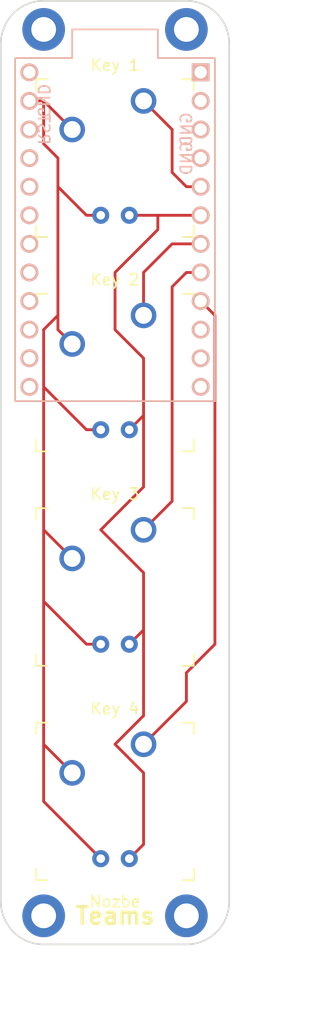
<source format=kicad_pcb>
(kicad_pcb (version 20171130) (host pcbnew "(5.1.10-1-10_14)")

  (general
    (thickness 1.6)
    (drawings 16)
    (tracks 57)
    (zones 0)
    (modules 9)
    (nets 1)
  )

  (page A4)
  (layers
    (0 F.Cu signal)
    (31 B.Cu signal)
    (32 B.Adhes user)
    (33 F.Adhes user)
    (34 B.Paste user)
    (35 F.Paste user)
    (36 B.SilkS user hide)
    (37 F.SilkS user hide)
    (38 B.Mask user)
    (39 F.Mask user)
    (40 Dwgs.User user)
    (41 Cmts.User user)
    (42 Eco1.User user hide)
    (43 Eco2.User user hide)
    (44 Edge.Cuts user)
    (45 Margin user hide)
    (46 B.CrtYd user hide)
    (47 F.CrtYd user hide)
    (48 B.Fab user hide)
    (49 F.Fab user hide)
  )

  (setup
    (last_trace_width 0.25)
    (trace_clearance 0.2)
    (zone_clearance 0.508)
    (zone_45_only no)
    (trace_min 0.2)
    (via_size 0.8)
    (via_drill 0.4)
    (via_min_size 0.4)
    (via_min_drill 0.3)
    (uvia_size 0.3)
    (uvia_drill 0.1)
    (uvias_allowed no)
    (uvia_min_size 0.2)
    (uvia_min_drill 0.1)
    (edge_width 0.05)
    (segment_width 0.2)
    (pcb_text_width 0.3)
    (pcb_text_size 1.5 1.5)
    (mod_edge_width 0.12)
    (mod_text_size 1 1)
    (mod_text_width 0.15)
    (pad_size 1.524 1.524)
    (pad_drill 0.762)
    (pad_to_mask_clearance 0)
    (aux_axis_origin 0 0)
    (visible_elements FFFFFF7F)
    (pcbplotparams
      (layerselection 0x010fc_ffffffff)
      (usegerberextensions false)
      (usegerberattributes true)
      (usegerberadvancedattributes true)
      (creategerberjobfile true)
      (excludeedgelayer true)
      (linewidth 0.100000)
      (plotframeref false)
      (viasonmask false)
      (mode 1)
      (useauxorigin false)
      (hpglpennumber 1)
      (hpglpenspeed 20)
      (hpglpendiameter 15.000000)
      (psnegative false)
      (psa4output false)
      (plotreference true)
      (plotvalue true)
      (plotinvisibletext false)
      (padsonsilk false)
      (subtractmaskfromsilk false)
      (outputformat 1)
      (mirror false)
      (drillshape 0)
      (scaleselection 1)
      (outputdirectory "../PersonalProjects/macro/"))
  )

  (net 0 "")

  (net_class Default "This is the default net class."
    (clearance 0.2)
    (trace_width 0.25)
    (via_dia 0.8)
    (via_drill 0.4)
    (uvia_dia 0.3)
    (uvia_drill 0.1)
  )

  (module promicro:SW_MX.kicad_mod (layer F.Cu) (tedit 60CBB21C) (tstamp 60C6F19E)
    (at 29.21 45.72)
    (descr "MX-style keyswitch")
    (tags MX,cherry,gateron,kailh)
    (fp_text reference "Key 2" (at 0 -8.255) (layer F.SilkS)
      (effects (font (size 1 1) (thickness 0.15)))
    )
    (fp_text value SW_MX (at 0 8.255) (layer F.Fab)
      (effects (font (size 1 1) (thickness 0.15)))
    )
    (fp_line (start -7.5 7.5) (end -7.5 -7.5) (layer F.Fab) (width 0.15))
    (fp_line (start 7.5 7.5) (end -7.5 7.5) (layer F.Fab) (width 0.15))
    (fp_line (start 7.5 -7.5) (end 7.5 7.5) (layer F.Fab) (width 0.15))
    (fp_line (start -7.5 -7.5) (end 7.5 -7.5) (layer F.Fab) (width 0.15))
    (fp_line (start -6.9 6.9) (end -6.9 -6.9) (layer Eco2.User) (width 0.15))
    (fp_line (start 6.9 -6.9) (end 6.9 6.9) (layer Eco2.User) (width 0.15))
    (fp_line (start 6.9 -6.9) (end -6.9 -6.9) (layer Eco2.User) (width 0.15))
    (fp_line (start -6.9 6.9) (end 6.9 6.9) (layer Eco2.User) (width 0.15))
    (fp_line (start -9.525 -9.525) (end 9.525 -9.525) (layer Dwgs.User) (width 0.15))
    (fp_line (start 9.525 -9.525) (end 9.525 9.525) (layer Dwgs.User) (width 0.15))
    (fp_line (start 9.525 9.525) (end -9.525 9.525) (layer Dwgs.User) (width 0.15))
    (fp_line (start -9.525 9.525) (end -9.525 -9.525) (layer Dwgs.User) (width 0.15))
    (fp_line (start 7 -7) (end 7 -6) (layer F.SilkS) (width 0.15))
    (fp_line (start 6 7) (end 7 7) (layer F.SilkS) (width 0.15))
    (fp_line (start 7 -7) (end 6 -7) (layer F.SilkS) (width 0.15))
    (fp_line (start 7 6) (end 7 7) (layer F.SilkS) (width 0.15))
    (fp_line (start -7 7) (end -7 6) (layer F.SilkS) (width 0.15))
    (fp_line (start -6 -7) (end -7 -7) (layer F.SilkS) (width 0.15))
    (fp_line (start -7 7) (end -6 7) (layer F.SilkS) (width 0.15))
    (fp_line (start -7 -6) (end -7 -7) (layer F.SilkS) (width 0.15))
    (fp_text user %R (at 0 0) (layer F.Fab)
      (effects (font (size 1 1) (thickness 0.15)))
    )
    (pad 4 thru_hole circle (at 1.27 5.08) (size 1.524 1.524) (drill 0.762) (layers *.Cu *.Mask))
    (pad 3 thru_hole circle (at -1.27 5.08) (size 1.524 1.524) (drill 0.762) (layers *.Cu *.Mask))
    (pad 1 thru_hole circle (at 2.54 -5.08) (size 2.286 2.286) (drill 1.4986) (layers *.Cu *.Mask))
    (pad "" np_thru_hole circle (at 0 0) (size 3.9878 3.9878) (drill 3.9878) (layers *.Cu *.Mask))
    (pad 2 thru_hole circle (at -3.81 -2.54) (size 2.286 2.286) (drill 1.4986) (layers *.Cu *.Mask))
  )

  (module promicro:SW_MX.kicad_mod (layer F.Cu) (tedit 60CBB21C) (tstamp 60C4CEDD)
    (at 29.21 26.67)
    (descr "MX-style keyswitch")
    (tags MX,cherry,gateron,kailh)
    (fp_text reference "Key 1" (at 0 -8.255) (layer F.SilkS)
      (effects (font (size 1 1) (thickness 0.15)))
    )
    (fp_text value SW_MX (at 0 8.255) (layer F.Fab)
      (effects (font (size 1 1) (thickness 0.15)))
    )
    (fp_line (start -7.5 7.5) (end -7.5 -7.5) (layer F.Fab) (width 0.15))
    (fp_line (start 7.5 7.5) (end -7.5 7.5) (layer F.Fab) (width 0.15))
    (fp_line (start 7.5 -7.5) (end 7.5 7.5) (layer F.Fab) (width 0.15))
    (fp_line (start -7.5 -7.5) (end 7.5 -7.5) (layer F.Fab) (width 0.15))
    (fp_line (start -6.9 6.9) (end -6.9 -6.9) (layer Eco2.User) (width 0.15))
    (fp_line (start 6.9 -6.9) (end 6.9 6.9) (layer Eco2.User) (width 0.15))
    (fp_line (start 6.9 -6.9) (end -6.9 -6.9) (layer Eco2.User) (width 0.15))
    (fp_line (start -6.9 6.9) (end 6.9 6.9) (layer Eco2.User) (width 0.15))
    (fp_line (start -9.525 -9.525) (end 9.525 -9.525) (layer Dwgs.User) (width 0.15))
    (fp_line (start 9.525 -9.525) (end 9.525 9.525) (layer Dwgs.User) (width 0.15))
    (fp_line (start 9.525 9.525) (end -9.525 9.525) (layer Dwgs.User) (width 0.15))
    (fp_line (start -9.525 9.525) (end -9.525 -9.525) (layer Dwgs.User) (width 0.15))
    (fp_line (start 7 -7) (end 7 -6) (layer F.SilkS) (width 0.15))
    (fp_line (start 6 7) (end 7 7) (layer F.SilkS) (width 0.15))
    (fp_line (start 7 -7) (end 6 -7) (layer F.SilkS) (width 0.15))
    (fp_line (start 7 6) (end 7 7) (layer F.SilkS) (width 0.15))
    (fp_line (start -7 7) (end -7 6) (layer F.SilkS) (width 0.15))
    (fp_line (start -6 -7) (end -7 -7) (layer F.SilkS) (width 0.15))
    (fp_line (start -7 7) (end -6 7) (layer F.SilkS) (width 0.15))
    (fp_line (start -7 -6) (end -7 -7) (layer F.SilkS) (width 0.15))
    (fp_text user %R (at 0 0) (layer F.Fab)
      (effects (font (size 1 1) (thickness 0.15)))
    )
    (pad 4 thru_hole circle (at 1.27 5.08) (size 1.524 1.524) (drill 0.762) (layers *.Cu *.Mask))
    (pad 3 thru_hole circle (at -1.27 5.08) (size 1.524 1.524) (drill 0.762) (layers *.Cu *.Mask))
    (pad 1 thru_hole circle (at 2.54 -5.08) (size 2.286 2.286) (drill 1.4986) (layers *.Cu *.Mask))
    (pad "" np_thru_hole circle (at 0 0) (size 3.9878 3.9878) (drill 3.9878) (layers *.Cu *.Mask))
    (pad 2 thru_hole circle (at -3.81 -2.54) (size 2.286 2.286) (drill 1.4986) (layers *.Cu *.Mask))
  )

  (module MountingHole:MountingHole_2.2mm_M2_DIN965_Pad (layer F.Cu) (tedit 56D1B4CB) (tstamp 60CBAEFB)
    (at 22.86 93.98)
    (descr "Mounting Hole 2.2mm, M2, DIN965")
    (tags "mounting hole 2.2mm m2 din965")
    (attr virtual)
    (fp_text reference REF** (at 0 -2.9) (layer F.SilkS) hide
      (effects (font (size 1 1) (thickness 0.15)))
    )
    (fp_text value \ (at 0 2.9) (layer F.Fab)
      (effects (font (size 1 1) (thickness 0.15)))
    )
    (fp_circle (center 0 0) (end 1.9 0) (layer Cmts.User) (width 0.15))
    (fp_circle (center 0 0) (end 2.15 0) (layer F.CrtYd) (width 0.05))
    (fp_text user %R (at 0.3 0) (layer F.Fab)
      (effects (font (size 1 1) (thickness 0.15)))
    )
    (pad 1 thru_hole circle (at 0 0) (size 3.8 3.8) (drill 2.2) (layers *.Cu *.Mask))
  )

  (module MountingHole:MountingHole_2.2mm_M2_DIN965_Pad (layer F.Cu) (tedit 56D1B4CB) (tstamp 60CBAEED)
    (at 35.56 93.98)
    (descr "Mounting Hole 2.2mm, M2, DIN965")
    (tags "mounting hole 2.2mm m2 din965")
    (attr virtual)
    (fp_text reference REF** (at 0 -2.9) (layer F.SilkS) hide
      (effects (font (size 1 1) (thickness 0.15)))
    )
    (fp_text value \ (at 0 2.9) (layer F.Fab)
      (effects (font (size 1 1) (thickness 0.15)))
    )
    (fp_circle (center 0 0) (end 1.9 0) (layer Cmts.User) (width 0.15))
    (fp_circle (center 0 0) (end 2.15 0) (layer F.CrtYd) (width 0.05))
    (fp_text user %R (at 0.3 0) (layer F.Fab)
      (effects (font (size 1 1) (thickness 0.15)))
    )
    (pad 1 thru_hole circle (at 0 0) (size 3.8 3.8) (drill 2.2) (layers *.Cu *.Mask))
  )

  (module MountingHole:MountingHole_2.2mm_M2_DIN965_Pad (layer F.Cu) (tedit 56D1B4CB) (tstamp 60CBAEDE)
    (at 35.56 15.24)
    (descr "Mounting Hole 2.2mm, M2, DIN965")
    (tags "mounting hole 2.2mm m2 din965")
    (attr virtual)
    (fp_text reference REF** (at 0 -2.9) (layer F.SilkS) hide
      (effects (font (size 1 1) (thickness 0.15)))
    )
    (fp_text value \ (at 0 2.9) (layer F.Fab)
      (effects (font (size 1 1) (thickness 0.15)))
    )
    (fp_circle (center 0 0) (end 1.9 0) (layer Cmts.User) (width 0.15))
    (fp_circle (center 0 0) (end 2.15 0) (layer F.CrtYd) (width 0.05))
    (fp_text user %R (at 0.3 0) (layer F.Fab)
      (effects (font (size 1 1) (thickness 0.15)))
    )
    (pad 1 thru_hole circle (at 0 0) (size 3.8 3.8) (drill 2.2) (layers *.Cu *.Mask))
  )

  (module MountingHole:MountingHole_2.2mm_M2_DIN965_Pad (layer F.Cu) (tedit 56D1B4CB) (tstamp 60CBACBC)
    (at 22.86 15.24)
    (descr "Mounting Hole 2.2mm, M2, DIN965")
    (tags "mounting hole 2.2mm m2 din965")
    (attr virtual)
    (fp_text reference REF** (at 0 -2.9) (layer F.SilkS) hide
      (effects (font (size 1 1) (thickness 0.15)))
    )
    (fp_text value \ (at 0 2.9) (layer F.Fab)
      (effects (font (size 1 1) (thickness 0.15)))
    )
    (fp_circle (center 0 0) (end 1.9 0) (layer Cmts.User) (width 0.15))
    (fp_circle (center 0 0) (end 2.15 0) (layer F.CrtYd) (width 0.05))
    (fp_text user %R (at 0.3 0) (layer F.Fab)
      (effects (font (size 1 1) (thickness 0.15)))
    )
    (pad 1 thru_hole circle (at 0 0) (size 3.8 3.8) (drill 2.2) (layers *.Cu *.Mask))
  )

  (module promicro:SW_MX.kicad_mod (layer F.Cu) (tedit 60CBB21C) (tstamp 60C6F212)
    (at 29.21 83.82)
    (descr "MX-style keyswitch")
    (tags MX,cherry,gateron,kailh)
    (fp_text reference "Key 4" (at 0 -8.255) (layer F.SilkS)
      (effects (font (size 1 1) (thickness 0.15)))
    )
    (fp_text value SW_MX (at 0 8.255) (layer F.Fab)
      (effects (font (size 1 1) (thickness 0.15)))
    )
    (fp_line (start -7.5 7.5) (end -7.5 -7.5) (layer F.Fab) (width 0.15))
    (fp_line (start 7.5 7.5) (end -7.5 7.5) (layer F.Fab) (width 0.15))
    (fp_line (start 7.5 -7.5) (end 7.5 7.5) (layer F.Fab) (width 0.15))
    (fp_line (start -7.5 -7.5) (end 7.5 -7.5) (layer F.Fab) (width 0.15))
    (fp_line (start -6.9 6.9) (end -6.9 -6.9) (layer Eco2.User) (width 0.15))
    (fp_line (start 6.9 -6.9) (end 6.9 6.9) (layer Eco2.User) (width 0.15))
    (fp_line (start 6.9 -6.9) (end -6.9 -6.9) (layer Eco2.User) (width 0.15))
    (fp_line (start -6.9 6.9) (end 6.9 6.9) (layer Eco2.User) (width 0.15))
    (fp_line (start -9.525 -9.525) (end 9.525 -9.525) (layer Dwgs.User) (width 0.15))
    (fp_line (start 9.525 -9.525) (end 9.525 9.525) (layer Dwgs.User) (width 0.15))
    (fp_line (start 9.525 9.525) (end -9.525 9.525) (layer Dwgs.User) (width 0.15))
    (fp_line (start -9.525 9.525) (end -9.525 -9.525) (layer Dwgs.User) (width 0.15))
    (fp_line (start 7 -7) (end 7 -6) (layer F.SilkS) (width 0.15))
    (fp_line (start 6 7) (end 7 7) (layer F.SilkS) (width 0.15))
    (fp_line (start 7 -7) (end 6 -7) (layer F.SilkS) (width 0.15))
    (fp_line (start 7 6) (end 7 7) (layer F.SilkS) (width 0.15))
    (fp_line (start -7 7) (end -7 6) (layer F.SilkS) (width 0.15))
    (fp_line (start -6 -7) (end -7 -7) (layer F.SilkS) (width 0.15))
    (fp_line (start -7 7) (end -6 7) (layer F.SilkS) (width 0.15))
    (fp_line (start -7 -6) (end -7 -7) (layer F.SilkS) (width 0.15))
    (fp_text user %R (at 0 0) (layer F.Fab)
      (effects (font (size 1 1) (thickness 0.15)))
    )
    (pad 4 thru_hole circle (at 1.27 5.08) (size 1.524 1.524) (drill 0.762) (layers *.Cu *.Mask))
    (pad 3 thru_hole circle (at -1.27 5.08) (size 1.524 1.524) (drill 0.762) (layers *.Cu *.Mask))
    (pad 1 thru_hole circle (at 2.54 -5.08) (size 2.286 2.286) (drill 1.4986) (layers *.Cu *.Mask))
    (pad "" np_thru_hole circle (at 0 0) (size 3.9878 3.9878) (drill 3.9878) (layers *.Cu *.Mask))
    (pad 2 thru_hole circle (at -3.81 -2.54) (size 2.286 2.286) (drill 1.4986) (layers *.Cu *.Mask))
  )

  (module promicro:SW_MX.kicad_mod (layer F.Cu) (tedit 60CBB21C) (tstamp 60C6F1D8)
    (at 29.21 64.77)
    (descr "MX-style keyswitch")
    (tags MX,cherry,gateron,kailh)
    (fp_text reference "Key 3" (at 0 -8.255) (layer F.SilkS)
      (effects (font (size 1 1) (thickness 0.15)))
    )
    (fp_text value SW_MX (at 0 8.255) (layer F.Fab)
      (effects (font (size 1 1) (thickness 0.15)))
    )
    (fp_line (start -7.5 7.5) (end -7.5 -7.5) (layer F.Fab) (width 0.15))
    (fp_line (start 7.5 7.5) (end -7.5 7.5) (layer F.Fab) (width 0.15))
    (fp_line (start 7.5 -7.5) (end 7.5 7.5) (layer F.Fab) (width 0.15))
    (fp_line (start -7.5 -7.5) (end 7.5 -7.5) (layer F.Fab) (width 0.15))
    (fp_line (start -6.9 6.9) (end -6.9 -6.9) (layer Eco2.User) (width 0.15))
    (fp_line (start 6.9 -6.9) (end 6.9 6.9) (layer Eco2.User) (width 0.15))
    (fp_line (start 6.9 -6.9) (end -6.9 -6.9) (layer Eco2.User) (width 0.15))
    (fp_line (start -6.9 6.9) (end 6.9 6.9) (layer Eco2.User) (width 0.15))
    (fp_line (start -9.525 -9.525) (end 9.525 -9.525) (layer Dwgs.User) (width 0.15))
    (fp_line (start 9.525 -9.525) (end 9.525 9.525) (layer Dwgs.User) (width 0.15))
    (fp_line (start 9.525 9.525) (end -9.525 9.525) (layer Dwgs.User) (width 0.15))
    (fp_line (start -9.525 9.525) (end -9.525 -9.525) (layer Dwgs.User) (width 0.15))
    (fp_line (start 7 -7) (end 7 -6) (layer F.SilkS) (width 0.15))
    (fp_line (start 6 7) (end 7 7) (layer F.SilkS) (width 0.15))
    (fp_line (start 7 -7) (end 6 -7) (layer F.SilkS) (width 0.15))
    (fp_line (start 7 6) (end 7 7) (layer F.SilkS) (width 0.15))
    (fp_line (start -7 7) (end -7 6) (layer F.SilkS) (width 0.15))
    (fp_line (start -6 -7) (end -7 -7) (layer F.SilkS) (width 0.15))
    (fp_line (start -7 7) (end -6 7) (layer F.SilkS) (width 0.15))
    (fp_line (start -7 -6) (end -7 -7) (layer F.SilkS) (width 0.15))
    (fp_text user %R (at 0 0) (layer F.Fab)
      (effects (font (size 1 1) (thickness 0.15)))
    )
    (pad 4 thru_hole circle (at 1.27 5.08) (size 1.524 1.524) (drill 0.762) (layers *.Cu *.Mask))
    (pad 3 thru_hole circle (at -1.27 5.08) (size 1.524 1.524) (drill 0.762) (layers *.Cu *.Mask))
    (pad 1 thru_hole circle (at 2.54 -5.08) (size 2.286 2.286) (drill 1.4986) (layers *.Cu *.Mask))
    (pad "" np_thru_hole circle (at 0 0) (size 3.9878 3.9878) (drill 3.9878) (layers *.Cu *.Mask))
    (pad 2 thru_hole circle (at -3.81 -2.54) (size 2.286 2.286) (drill 1.4986) (layers *.Cu *.Mask))
  )

  (module promicro:ProMicro (layer B.Cu) (tedit 5A06A962) (tstamp 60C317F3)
    (at 29.21 33.02 270)
    (descr "Pro Micro footprint")
    (tags "promicro ProMicro")
    (fp_text reference REF** (at 0 10.16 270) (layer B.SilkS) hide
      (effects (font (size 1 1) (thickness 0.15)) (justify mirror))
    )
    (fp_text value ProMicro (at 0 -10.16 270) (layer B.Fab)
      (effects (font (size 1 1) (thickness 0.15)) (justify mirror))
    )
    (fp_line (start 15.24 8.89) (end 15.24 -8.89) (layer F.SilkS) (width 0.15))
    (fp_line (start 15.24 -8.89) (end -15.24 -8.89) (layer F.SilkS) (width 0.15))
    (fp_line (start -15.24 -8.89) (end -15.24 -3.81) (layer F.SilkS) (width 0.15))
    (fp_line (start -15.24 -3.81) (end -17.78 -3.81) (layer F.SilkS) (width 0.15))
    (fp_line (start -17.78 -3.81) (end -17.78 3.81) (layer F.SilkS) (width 0.15))
    (fp_line (start -17.78 3.81) (end -15.24 3.81) (layer F.SilkS) (width 0.15))
    (fp_line (start -15.24 3.81) (end -15.24 8.89) (layer F.SilkS) (width 0.15))
    (fp_line (start -15.24 8.89) (end 15.24 8.89) (layer F.SilkS) (width 0.15))
    (fp_line (start -15.24 -8.89) (end 15.24 -8.89) (layer B.SilkS) (width 0.15))
    (fp_line (start -15.24 -8.89) (end -15.24 -3.81) (layer B.SilkS) (width 0.15))
    (fp_line (start -15.24 -3.81) (end -17.78 -3.81) (layer B.SilkS) (width 0.15))
    (fp_line (start -17.78 -3.81) (end -17.78 3.81) (layer B.SilkS) (width 0.15))
    (fp_line (start -17.78 3.81) (end -15.24 3.81) (layer B.SilkS) (width 0.15))
    (fp_line (start -15.24 3.81) (end -15.24 8.89) (layer B.SilkS) (width 0.15))
    (fp_line (start -15.24 8.89) (end 15.24 8.89) (layer B.SilkS) (width 0.15))
    (fp_line (start 15.24 8.89) (end 15.24 -8.89) (layer B.SilkS) (width 0.15))
    (pad 24 thru_hole circle (at -13.97 7.62 270) (size 1.6 1.6) (drill 1.1) (layers *.Cu *.Mask B.SilkS))
    (pad 23 thru_hole circle (at -11.43 7.62 270) (size 1.6 1.6) (drill 1.1) (layers *.Cu *.Mask B.SilkS))
    (pad 22 thru_hole circle (at -8.89 7.62 270) (size 1.6 1.6) (drill 1.1) (layers *.Cu *.Mask B.SilkS))
    (pad 21 thru_hole circle (at -6.35 7.62 270) (size 1.6 1.6) (drill 1.1) (layers *.Cu *.Mask B.SilkS))
    (pad 20 thru_hole circle (at -3.81 7.62 270) (size 1.6 1.6) (drill 1.1) (layers *.Cu *.Mask B.SilkS))
    (pad 19 thru_hole circle (at -1.27 7.62 270) (size 1.6 1.6) (drill 1.1) (layers *.Cu *.Mask B.SilkS))
    (pad 18 thru_hole circle (at 1.27 7.62 270) (size 1.6 1.6) (drill 1.1) (layers *.Cu *.Mask B.SilkS))
    (pad 17 thru_hole circle (at 3.81 7.62 270) (size 1.6 1.6) (drill 1.1) (layers *.Cu *.Mask B.SilkS))
    (pad 16 thru_hole circle (at 6.35 7.62 270) (size 1.6 1.6) (drill 1.1) (layers *.Cu *.Mask B.SilkS))
    (pad 15 thru_hole circle (at 8.89 7.62 270) (size 1.6 1.6) (drill 1.1) (layers *.Cu *.Mask B.SilkS))
    (pad 14 thru_hole circle (at 11.43 7.62 270) (size 1.6 1.6) (drill 1.1) (layers *.Cu *.Mask B.SilkS))
    (pad 13 thru_hole circle (at 13.97 7.62 270) (size 1.6 1.6) (drill 1.1) (layers *.Cu *.Mask B.SilkS))
    (pad 12 thru_hole circle (at 13.97 -7.62 270) (size 1.6 1.6) (drill 1.1) (layers *.Cu *.Mask B.SilkS))
    (pad 11 thru_hole circle (at 11.43 -7.62 270) (size 1.6 1.6) (drill 1.1) (layers *.Cu *.Mask B.SilkS))
    (pad 10 thru_hole circle (at 8.89 -7.62 270) (size 1.6 1.6) (drill 1.1) (layers *.Cu *.Mask B.SilkS))
    (pad 9 thru_hole circle (at 6.35 -7.62 270) (size 1.6 1.6) (drill 1.1) (layers *.Cu *.Mask B.SilkS))
    (pad 8 thru_hole circle (at 3.81 -7.62 270) (size 1.6 1.6) (drill 1.1) (layers *.Cu *.Mask B.SilkS))
    (pad 7 thru_hole circle (at 1.27 -7.62 270) (size 1.6 1.6) (drill 1.1) (layers *.Cu *.Mask B.SilkS))
    (pad 6 thru_hole circle (at -1.27 -7.62 270) (size 1.6 1.6) (drill 1.1) (layers *.Cu *.Mask B.SilkS))
    (pad 5 thru_hole circle (at -3.81 -7.62 270) (size 1.6 1.6) (drill 1.1) (layers *.Cu *.Mask B.SilkS))
    (pad 4 thru_hole circle (at -6.35 -7.62 270) (size 1.6 1.6) (drill 1.1) (layers *.Cu *.Mask B.SilkS))
    (pad 3 thru_hole circle (at -8.89 -7.62 270) (size 1.6 1.6) (drill 1.1) (layers *.Cu *.Mask B.SilkS))
    (pad 2 thru_hole circle (at -11.43 -7.62 270) (size 1.6 1.6) (drill 1.1) (layers *.Cu *.Mask B.SilkS))
    (pad 1 thru_hole rect (at -13.97 -7.62 270) (size 1.6 1.6) (drill 1.1) (layers *.Cu *.Mask B.SilkS))
  )

  (dimension 83.82 (width 0.15) (layer Dwgs.User)
    (gr_text "83.820 mm" (at 45.75 54.61 90) (layer Dwgs.User)
      (effects (font (size 1 1) (thickness 0.15)))
    )
    (feature1 (pts (xy 39.37 12.7) (xy 45.036421 12.7)))
    (feature2 (pts (xy 39.37 96.52) (xy 45.036421 96.52)))
    (crossbar (pts (xy 44.45 96.52) (xy 44.45 12.7)))
    (arrow1a (pts (xy 44.45 12.7) (xy 45.036421 13.826504)))
    (arrow1b (pts (xy 44.45 12.7) (xy 43.863579 13.826504)))
    (arrow2a (pts (xy 44.45 96.52) (xy 45.036421 95.393496)))
    (arrow2b (pts (xy 44.45 96.52) (xy 43.863579 95.393496)))
  )
  (dimension 20.32 (width 0.15) (layer Dwgs.User)
    (gr_text "20.320 mm" (at 29.21 104.17) (layer Dwgs.User)
      (effects (font (size 1 1) (thickness 0.15)))
    )
    (feature1 (pts (xy 39.37 96.52) (xy 39.37 103.456421)))
    (feature2 (pts (xy 19.05 96.52) (xy 19.05 103.456421)))
    (crossbar (pts (xy 19.05 102.87) (xy 39.37 102.87)))
    (arrow1a (pts (xy 39.37 102.87) (xy 38.243496 103.456421)))
    (arrow1b (pts (xy 39.37 102.87) (xy 38.243496 102.283579)))
    (arrow2a (pts (xy 19.05 102.87) (xy 20.176504 103.456421)))
    (arrow2b (pts (xy 19.05 102.87) (xy 20.176504 102.283579)))
  )
  (gr_text Teams (at 29.21 93.98) (layer F.SilkS)
    (effects (font (size 1.5 1.5) (thickness 0.3)))
  )
  (gr_text "GND\n" (at 35.56 26.67 90) (layer B.SilkS) (tstamp 60CBBD69)
    (effects (font (size 1 1) (thickness 0.15)) (justify mirror))
  )
  (gr_text "GND\n" (at 35.56 24.13 90) (layer B.SilkS)
    (effects (font (size 1 1) (thickness 0.15)) (justify mirror))
  )
  (gr_text RST (at 22.86 24.13 270) (layer B.SilkS)
    (effects (font (size 1 1) (thickness 0.15)) (justify mirror))
  )
  (gr_text GND (at 22.86 21.59 270) (layer B.SilkS)
    (effects (font (size 1 1) (thickness 0.15)) (justify mirror))
  )
  (gr_text "Nozbe\n" (at 29.21 92.71) (layer F.SilkS)
    (effects (font (size 1 1) (thickness 0.15)))
  )
  (gr_line (start 19.05 16.51) (end 19.05 92.71) (layer Edge.Cuts) (width 0.15) (tstamp 60CBB46C))
  (gr_line (start 35.56 12.7) (end 22.86 12.7) (layer Edge.Cuts) (width 0.15) (tstamp 60CBB46B))
  (gr_arc (start 22.86 16.51) (end 22.86 12.7) (angle -90) (layer Edge.Cuts) (width 0.15))
  (gr_line (start 39.37 92.71) (end 39.37 16.51) (layer Edge.Cuts) (width 0.15) (tstamp 60CBB46A))
  (gr_line (start 22.86 96.52) (end 35.56 96.52) (layer Edge.Cuts) (width 0.15) (tstamp 60CBB469))
  (gr_arc (start 35.56 92.71) (end 35.56 96.52) (angle -90) (layer Edge.Cuts) (width 0.15))
  (gr_arc (start 22.86 92.71) (end 19.05 92.71) (angle -90) (layer Edge.Cuts) (width 0.15))
  (gr_arc (start 35.56 16.51) (end 39.37 16.51) (angle -90) (layer Edge.Cuts) (width 0.15))

  (segment (start 36.83 29.21) (end 35.56 29.21) (width 0.25) (layer F.Cu) (net 0))
  (segment (start 35.56 29.21) (end 34.29 27.94) (width 0.25) (layer F.Cu) (net 0))
  (segment (start 34.29 24.13) (end 31.75 21.59) (width 0.25) (layer F.Cu) (net 0))
  (segment (start 34.29 27.94) (end 34.29 24.13) (width 0.25) (layer F.Cu) (net 0))
  (segment (start 36.83 34.29) (end 34.29 34.29) (width 0.25) (layer F.Cu) (net 0))
  (segment (start 31.75 36.83) (end 31.75 40.64) (width 0.25) (layer F.Cu) (net 0))
  (segment (start 34.29 34.29) (end 31.75 36.83) (width 0.25) (layer F.Cu) (net 0))
  (segment (start 36.83 36.83) (end 35.56 36.83) (width 0.25) (layer F.Cu) (net 0))
  (segment (start 35.56 36.83) (end 34.29 38.1) (width 0.25) (layer F.Cu) (net 0))
  (segment (start 34.29 57.15) (end 31.75 59.69) (width 0.25) (layer F.Cu) (net 0))
  (segment (start 34.29 38.1) (end 34.29 57.15) (width 0.25) (layer F.Cu) (net 0))
  (segment (start 35.56 74.93) (end 31.75 78.74) (width 0.25) (layer F.Cu) (net 0))
  (segment (start 35.56 72.39) (end 35.56 74.93) (width 0.25) (layer F.Cu) (net 0))
  (segment (start 38.1 40.64) (end 38.1 69.85) (width 0.25) (layer F.Cu) (net 0))
  (segment (start 38.1 69.85) (end 35.56 72.39) (width 0.25) (layer F.Cu) (net 0))
  (segment (start 36.83 39.37) (end 38.1 40.64) (width 0.25) (layer F.Cu) (net 0))
  (segment (start 33.02 31.75) (end 33.02 33.02) (width 0.25) (layer F.Cu) (net 0))
  (segment (start 36.83 31.75) (end 33.02 31.75) (width 0.25) (layer F.Cu) (net 0))
  (segment (start 33.02 31.75) (end 30.48 31.75) (width 0.25) (layer F.Cu) (net 0))
  (segment (start 33.02 33.02) (end 29.21 36.83) (width 0.25) (layer F.Cu) (net 0))
  (segment (start 29.21 36.83) (end 29.21 41.91) (width 0.25) (layer F.Cu) (net 0))
  (segment (start 29.21 41.91) (end 31.75 44.45) (width 0.25) (layer F.Cu) (net 0))
  (segment (start 31.75 49.53) (end 30.48 50.8) (width 0.25) (layer F.Cu) (net 0))
  (segment (start 31.75 44.45) (end 31.75 49.53) (width 0.25) (layer F.Cu) (net 0))
  (segment (start 31.75 49.53) (end 31.75 55.88) (width 0.25) (layer F.Cu) (net 0))
  (segment (start 31.75 55.88) (end 27.94 59.69) (width 0.25) (layer F.Cu) (net 0))
  (segment (start 27.94 59.69) (end 31.75 63.5) (width 0.25) (layer F.Cu) (net 0))
  (segment (start 31.75 63.5) (end 31.75 68.58) (width 0.25) (layer F.Cu) (net 0))
  (segment (start 31.75 68.58) (end 30.48 69.85) (width 0.25) (layer F.Cu) (net 0))
  (segment (start 31.75 81.28) (end 31.75 87.63) (width 0.25) (layer F.Cu) (net 0))
  (segment (start 31.75 87.63) (end 30.48 88.9) (width 0.25) (layer F.Cu) (net 0))
  (segment (start 29.21 78.74) (end 31.75 81.28) (width 0.25) (layer F.Cu) (net 0))
  (segment (start 31.75 76.2) (end 29.21 78.74) (width 0.25) (layer F.Cu) (net 0))
  (segment (start 31.75 68.58) (end 31.75 76.2) (width 0.25) (layer F.Cu) (net 0))
  (segment (start 21.59 21.59) (end 22.86 21.59) (width 0.25) (layer F.Cu) (net 0))
  (segment (start 22.86 21.59) (end 25.4 24.13) (width 0.25) (layer F.Cu) (net 0))
  (segment (start 24.13 41.91) (end 25.4 43.18) (width 0.25) (layer F.Cu) (net 0))
  (segment (start 22.86 25.4) (end 24.13 26.67) (width 0.25) (layer F.Cu) (net 0))
  (segment (start 22.86 21.59) (end 22.86 25.4) (width 0.25) (layer F.Cu) (net 0))
  (segment (start 24.13 40.64) (end 24.13 41.91) (width 0.25) (layer F.Cu) (net 0))
  (segment (start 22.86 59.69) (end 25.4 62.23) (width 0.25) (layer F.Cu) (net 0))
  (segment (start 24.13 40.64) (end 22.86 41.91) (width 0.25) (layer F.Cu) (net 0))
  (segment (start 22.86 78.74) (end 25.4 81.28) (width 0.25) (layer F.Cu) (net 0))
  (segment (start 22.86 83.82) (end 27.94 88.9) (width 0.25) (layer F.Cu) (net 0))
  (segment (start 22.86 78.74) (end 22.86 83.82) (width 0.25) (layer F.Cu) (net 0))
  (segment (start 27.94 69.85) (end 26.67 69.85) (width 0.25) (layer F.Cu) (net 0))
  (segment (start 26.67 69.85) (end 22.86 66.04) (width 0.25) (layer F.Cu) (net 0))
  (segment (start 22.86 66.04) (end 22.86 78.74) (width 0.25) (layer F.Cu) (net 0))
  (segment (start 22.86 59.69) (end 22.86 66.04) (width 0.25) (layer F.Cu) (net 0))
  (segment (start 27.94 50.8) (end 26.67 50.8) (width 0.25) (layer F.Cu) (net 0))
  (segment (start 26.67 50.8) (end 22.86 46.99) (width 0.25) (layer F.Cu) (net 0))
  (segment (start 22.86 46.99) (end 22.86 59.69) (width 0.25) (layer F.Cu) (net 0))
  (segment (start 22.86 41.91) (end 22.86 46.99) (width 0.25) (layer F.Cu) (net 0))
  (segment (start 27.94 31.75) (end 26.67 31.75) (width 0.25) (layer F.Cu) (net 0))
  (segment (start 26.67 31.75) (end 24.13 29.21) (width 0.25) (layer F.Cu) (net 0))
  (segment (start 24.13 29.21) (end 24.13 40.64) (width 0.25) (layer F.Cu) (net 0))
  (segment (start 24.13 26.67) (end 24.13 29.21) (width 0.25) (layer F.Cu) (net 0))

)

</source>
